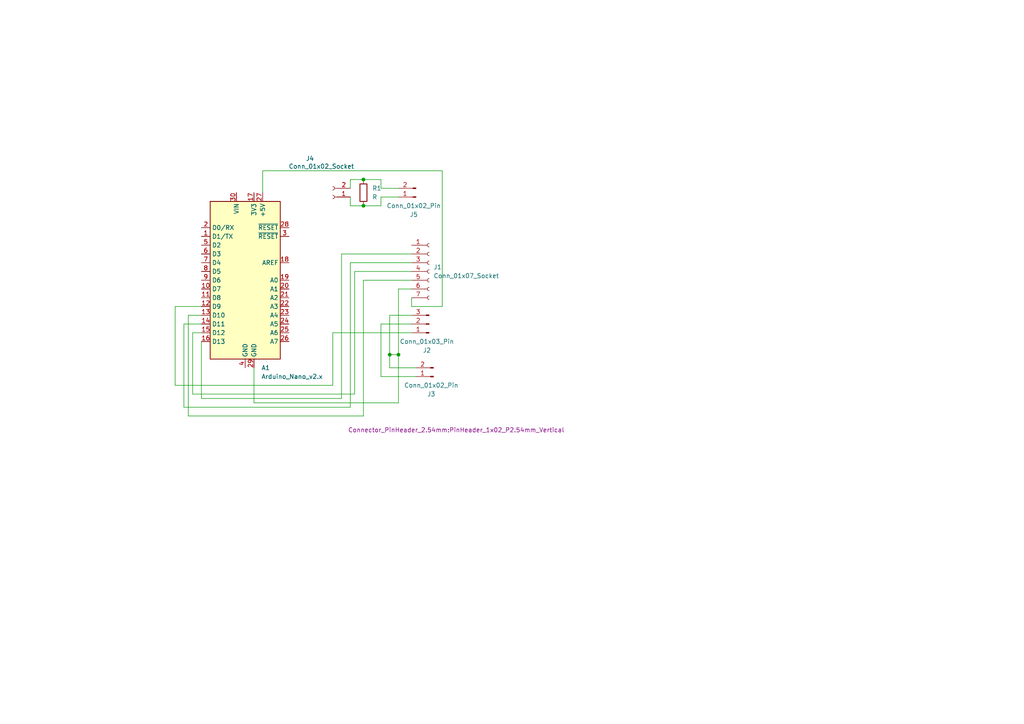
<source format=kicad_sch>
(kicad_sch (version 20250114) (generator "eeschema") (generator_version "9.0")
  (paper "A4")
  (lib_symbols
    (symbol "Connector:Conn_01x02_Pin" (pin_names (offset 1.016) (hide yes))
      (property "Reference" "J" (at 0 2.54 0))
      (property "Value" "Conn_01x02_Pin" (at 0 -5.08 0))
      (symbol "Conn_01x02_Pin_1_1"
        (rectangle (start 0.8636 0.127) (end 0 -0.127) (stroke (width 0.1524)) (fill (type outline)))
        (rectangle (start 0.8636 -2.413) (end 0 -2.667) (stroke (width 0.1524)) (fill (type outline)))
        (polyline (pts (xy 1.27 0) (xy 0.8636 0)) (stroke (width 0.1524)))
        (polyline (pts (xy 1.27 -2.54) (xy 0.8636 -2.54)) (stroke (width 0.1524)))
        (pin passive line (at 5.08 0 180) (length 3.81) (name "Pin_1") (number "1"))
        (pin passive line (at 5.08 -2.54 180) (length 3.81) (name "Pin_2") (number "2"))
      )
    )
    (symbol "Connector:Conn_01x02_Socket" (pin_names (offset 1.016) (hide yes))
      (property "Reference" "J" (at 0 2.54 0))
      (property "Value" "Conn_01x02_Socket" (at 0 -5.08 0))
      (symbol "Conn_01x02_Socket_1_1"
        (polyline (pts (xy -1.27 0) (xy -0.508 0)) (stroke (width 0.1524)))
        (polyline (pts (xy -1.27 -2.54) (xy -0.508 -2.54)) (stroke (width 0.1524)))
        (arc (start 0 -0.508) (mid -0.5058 0) (end 0 0.508) (stroke (width 0.1524)))
        (arc (start 0 -3.048) (mid -0.5058 -2.54) (end 0 -2.032) (stroke (width 0.1524)))
        (pin passive line (at -5.08 0 0) (length 3.81) (name "Pin_1") (number "1"))
        (pin passive line (at -5.08 -2.54 0) (length 3.81) (name "Pin_2") (number "2"))
      )
    )
    (symbol "Connector:Conn_01x03_Pin" (pin_names (offset 1.016) (hide yes))
      (property "Reference" "J" (at 0 5.08 0))
      (property "Value" "Conn_01x03_Pin" (at 0 -5.08 0))
      (symbol "Conn_01x03_Pin_1_1"
        (rectangle (start 0.8636 2.667) (end 0 2.413) (stroke (width 0.1524)) (fill (type outline)))
        (rectangle (start 0.8636 0.127) (end 0 -0.127) (stroke (width 0.1524)) (fill (type outline)))
        (rectangle (start 0.8636 -2.413) (end 0 -2.667) (stroke (width 0.1524)) (fill (type outline)))
        (polyline (pts (xy 1.27 2.54) (xy 0.8636 2.54)) (stroke (width 0.1524)))
        (polyline (pts (xy 1.27 0) (xy 0.8636 0)) (stroke (width 0.1524)))
        (polyline (pts (xy 1.27 -2.54) (xy 0.8636 -2.54)) (stroke (width 0.1524)))
        (pin passive line (at 5.08 2.54 180) (length 3.81) (name "Pin_1") (number "1"))
        (pin passive line (at 5.08 0 180) (length 3.81) (name "Pin_2") (number "2"))
        (pin passive line (at 5.08 -2.54 180) (length 3.81) (name "Pin_3") (number "3"))
      )
    )
    (symbol "Connector:Conn_01x07_Socket" (pin_names (offset 1.016) (hide yes))
      (property "Reference" "J" (at 0 10.16 0))
      (property "Value" "Conn_01x07_Socket" (at 0 -10.16 0))
      (symbol "Conn_01x07_Socket_1_1"
        (polyline (pts (xy -1.27 7.62) (xy -0.508 7.62)) (stroke (width 0.1524)))
        (polyline (pts (xy -1.27 5.08) (xy -0.508 5.08)) (stroke (width 0.1524)))
        (polyline (pts (xy -1.27 2.54) (xy -0.508 2.54)) (stroke (width 0.1524)))
        (polyline (pts (xy -1.27 0) (xy -0.508 0)) (stroke (width 0.1524)))
        (polyline (pts (xy -1.27 -2.54) (xy -0.508 -2.54)) (stroke (width 0.1524)))
        (polyline (pts (xy -1.27 -5.08) (xy -0.508 -5.08)) (stroke (width 0.1524)))
        (polyline (pts (xy -1.27 -7.62) (xy -0.508 -7.62)) (stroke (width 0.1524)))
        (arc (start 0 7.112) (mid -0.5058 7.62) (end 0 8.128) (stroke (width 0.1524)))
        (arc (start 0 4.572) (mid -0.5058 5.08) (end 0 5.588) (stroke (width 0.1524)))
        (arc (start 0 2.032) (mid -0.5058 2.54) (end 0 3.048) (stroke (width 0.1524)))
        (arc (start 0 -0.508) (mid -0.5058 0) (end 0 0.508) (stroke (width 0.1524)))
        (arc (start 0 -3.048) (mid -0.5058 -2.54) (end 0 -2.032) (stroke (width 0.1524)))
        (arc (start 0 -5.588) (mid -0.5058 -5.08) (end 0 -4.572) (stroke (width 0.1524)))
        (arc (start 0 -8.128) (mid -0.5058 -7.62) (end 0 -7.112) (stroke (width 0.1524)))
        (pin passive line (at -5.08 7.62 0) (length 3.81) (name "Pin_1") (number "1"))
        (pin passive line (at -5.08 5.08 0) (length 3.81) (name "Pin_2") (number "2"))
        (pin passive line (at -5.08 2.54 0) (length 3.81) (name "Pin_3") (number "3"))
        (pin passive line (at -5.08 0 0) (length 3.81) (name "Pin_4") (number "4"))
        (pin passive line (at -5.08 -2.54 0) (length 3.81) (name "Pin_5") (number "5"))
        (pin passive line (at -5.08 -5.08 0) (length 3.81) (name "Pin_6") (number "6"))
        (pin passive line (at -5.08 -7.62 0) (length 3.81) (name "Pin_7") (number "7"))
      )
    )
    (symbol "Device:R" (pin_numbers (hide yes)) (pin_names (offset 0))
      (property "Reference" "R" (at 2.032 0 90))
      (property "Value" "R" (at 0 0 90))
      (symbol "R_0_1"
        (rectangle (start -1.016 -2.54) (end 1.016 2.54) (stroke (width 0.254)))
      )
      (symbol "R_1_1"
        (pin passive line (at 0 3.81 270) (length 1.27) (name "~") (number "1"))
        (pin passive line (at 0 -3.81 90) (length 1.27) (name "~") (number "2"))
      )
    )
    (symbol "MCU_Module:Arduino_Nano_v2.x"
      (property "Reference" "A" (at -10.16 23.495 0))
      (property "Value" "Arduino_Nano_v2.x" (at 5.08 -24.13 0))
      (symbol "Arduino_Nano_v2.x_0_1"
        (rectangle (start -10.16 22.86) (end 10.16 -22.86) (stroke (width 0.254)) (fill (type background)))
      )
      (symbol "Arduino_Nano_v2.x_1_1"
        (pin bidirectional line (at -12.7 15.24 0) (length 2.54) (name "D0/RX") (number "2"))
        (pin bidirectional line (at -12.7 12.7 0) (length 2.54) (name "D1/TX") (number "1"))
        (pin bidirectional line (at -12.7 10.16 0) (length 2.54) (name "D2") (number "5"))
        (pin bidirectional line (at -12.7 7.62 0) (length 2.54) (name "D3") (number "6"))
        (pin bidirectional line (at -12.7 5.08 0) (length 2.54) (name "D4") (number "7"))
        (pin bidirectional line (at -12.7 2.54 0) (length 2.54) (name "D5") (number "8"))
        (pin bidirectional line (at -12.7 0 0) (length 2.54) (name "D6") (number "9"))
        (pin bidirectional line (at -12.7 -2.54 0) (length 2.54) (name "D7") (number "10"))
        (pin bidirectional line (at -12.7 -5.08 0) (length 2.54) (name "D8") (number "11"))
        (pin bidirectional line (at -12.7 -7.62 0) (length 2.54) (name "D9") (number "12"))
        (pin bidirectional line (at -12.7 -10.16 0) (length 2.54) (name "D10") (number "13"))
        (pin bidirectional line (at -12.7 -12.7 0) (length 2.54) (name "D11") (number "14"))
        (pin bidirectional line (at -12.7 -15.24 0) (length 2.54) (name "D12") (number "15"))
        (pin bidirectional line (at -12.7 -17.78 0) (length 2.54) (name "D13") (number "16"))
        (pin power_in line (at -2.54 25.4 270) (length 2.54) (name "VIN") (number "30"))
        (pin power_in line (at 0 -25.4 90) (length 2.54) (name "GND") (number "4"))
        (pin power_out line (at 2.54 25.4 270) (length 2.54) (name "3V3") (number "17"))
        (pin power_in line (at 2.54 -25.4 90) (length 2.54) (name "GND") (number "29"))
        (pin power_out line (at 5.08 25.4 270) (length 2.54) (name "+5V") (number "27"))
        (pin input line (at 12.7 15.24 180) (length 2.54) (name "~{RESET}") (number "28"))
        (pin input line (at 12.7 12.7 180) (length 2.54) (name "~{RESET}") (number "3"))
        (pin input line (at 12.7 5.08 180) (length 2.54) (name "AREF") (number "18"))
        (pin bidirectional line (at 12.7 0 180) (length 2.54) (name "A0") (number "19"))
        (pin bidirectional line (at 12.7 -2.54 180) (length 2.54) (name "A1") (number "20"))
        (pin bidirectional line (at 12.7 -5.08 180) (length 2.54) (name "A2") (number "21"))
        (pin bidirectional line (at 12.7 -7.62 180) (length 2.54) (name "A3") (number "22"))
        (pin bidirectional line (at 12.7 -10.16 180) (length 2.54) (name "A4") (number "23"))
        (pin bidirectional line (at 12.7 -12.7 180) (length 2.54) (name "A5") (number "24"))
        (pin bidirectional line (at 12.7 -15.24 180) (length 2.54) (name "A6") (number "25"))
        (pin bidirectional line (at 12.7 -17.78 180) (length 2.54) (name "A7") (number "26"))
      )
    )
  )
  (junction (at 113.03 102.87))
  (junction (at 105.41 59.69))
  (junction (at 105.41 52.07))
  (junction (at 115.57 102.87))
  (wire (pts (xy 110.49 57.15) (xy 110.49 59.69)))
  (wire (pts (xy 101.6 118.11) (xy 53.34 118.11)))
  (wire (pts (xy 128.27 49.53) (xy 76.2 49.53)))
  (wire (pts (xy 96.52 96.52) (xy 96.52 111.76)))
  (wire (pts (xy 53.34 118.11) (xy 53.34 93.98)))
  (wire (pts (xy 101.6 52.07) (xy 105.41 52.07)))
  (wire (pts (xy 101.6 54.61) (xy 101.6 52.07)))
  (wire (pts (xy 115.57 102.87) (xy 115.57 116.84)))
  (wire (pts (xy 54.61 91.44) (xy 54.61 120.65)))
  (wire (pts (xy 54.61 120.65) (xy 105.41 120.65)))
  (wire (pts (xy 101.6 57.15) (xy 101.6 59.69)))
  (wire (pts (xy 119.38 83.82) (xy 115.57 83.82)))
  (wire (pts (xy 113.03 106.68) (xy 120.65 106.68)))
  (wire (pts (xy 99.06 73.66) (xy 99.06 115.57)))
  (wire (pts (xy 58.42 115.57) (xy 58.42 99.06)))
  (wire (pts (xy 101.6 59.69) (xy 105.41 59.69)))
  (wire (pts (xy 110.49 109.22) (xy 120.65 109.22)))
  (wire (pts (xy 76.2 49.53) (xy 76.2 55.88)))
  (wire (pts (xy 50.8 88.9) (xy 58.42 88.9)))
  (wire (pts (xy 105.41 81.28) (xy 119.38 81.28)))
  (wire (pts (xy 115.57 57.15) (xy 110.49 57.15)))
  (wire (pts (xy 50.8 111.76) (xy 50.8 88.9)))
  (wire (pts (xy 58.42 91.44) (xy 54.61 91.44)))
  (wire (pts (xy 115.57 116.84) (xy 73.66 116.84)))
  (wire (pts (xy 110.49 93.98) (xy 110.49 109.22)))
  (wire (pts (xy 102.87 114.3) (xy 55.88 114.3)))
  (wire (pts (xy 105.41 120.65) (xy 105.41 81.28)))
  (wire (pts (xy 73.66 116.84) (xy 73.66 106.68)))
  (wire (pts (xy 113.03 102.87) (xy 115.57 102.87)))
  (wire (pts (xy 110.49 52.07) (xy 105.41 52.07)))
  (wire (pts (xy 119.38 88.9) (xy 128.27 88.9)))
  (wire (pts (xy 115.57 83.82) (xy 115.57 102.87)))
  (wire (pts (xy 119.38 86.36) (xy 119.38 88.9)))
  (wire (pts (xy 53.34 93.98) (xy 58.42 93.98)))
  (wire (pts (xy 119.38 93.98) (xy 110.49 93.98)))
  (wire (pts (xy 102.87 78.74) (xy 102.87 114.3)))
  (wire (pts (xy 119.38 91.44) (xy 113.03 91.44)))
  (wire (pts (xy 55.88 114.3) (xy 55.88 96.52)))
  (wire (pts (xy 119.38 76.2) (xy 101.6 76.2)))
  (wire (pts (xy 96.52 111.76) (xy 50.8 111.76)))
  (wire (pts (xy 110.49 59.69) (xy 105.41 59.69)))
  (wire (pts (xy 55.88 96.52) (xy 58.42 96.52)))
  (wire (pts (xy 110.49 54.61) (xy 110.49 52.07)))
  (wire (pts (xy 119.38 73.66) (xy 99.06 73.66)))
  (wire (pts (xy 128.27 88.9) (xy 128.27 49.53)))
  (wire (pts (xy 119.38 78.74) (xy 102.87 78.74)))
  (wire (pts (xy 119.38 96.52) (xy 96.52 96.52)))
  (wire (pts (xy 101.6 76.2) (xy 101.6 118.11)))
  (wire (pts (xy 99.06 115.57) (xy 58.42 115.57)))
  (wire (pts (xy 113.03 102.87) (xy 113.03 106.68)))
  (wire (pts (xy 113.03 91.44) (xy 113.03 102.87)))
  (wire (pts (xy 115.57 54.61) (xy 110.49 54.61)))
  (symbol (lib_id "Connector:Conn_01x02_Pin") (at 125.73 109.22 180) (unit 1)
    (property "Reference" "J3" (at 125.095 114.3 0))
    (property "Value" "Conn_01x02_Pin" (at 125.095 111.76 0))
    (property "Footprint" "Connector_PinHeader_2.54mm:PinHeader_1x02_P2.54mm_Vertical" (at 132.334 124.714 0))
    (property "Description" "Generic connector, single row, 01x02, script generated" (effects (hide yes)))
  )
  (symbol (lib_id "MCU_Module:Arduino_Nano_v2.x") (at 71.12 81.28 0) (unit 1)
    (property "Reference" "A1" (at 75.8033 106.68 0) (effects (justify left)))
    (property "Value" "Arduino_Nano_v2.x" (at 75.8033 109.22 0) (effects (justify left)))
    (property "Footprint" "Module:Arduino_Nano" (effects (hide yes)))
    (property "Datasheet" "https://www.arduino.cc/en/uploads/Main/ArduinoNanoManual23.pdf" (effects (hide yes)))
    (property "Description" "Arduino Nano v2.x" (effects (hide yes)))
  )
  (symbol (lib_id "Connector:Conn_01x03_Pin") (at 124.46 93.98 180) (unit 1)
    (property "Reference" "J2" (at 123.825 101.6 0))
    (property "Value" "Conn_01x03_Pin" (at 123.825 99.06 0))
    (property "Footprint" "Connector:FanPinHeader_1x03_P2.54mm_Vertical" (effects (hide yes)))
    (property "Description" "Generic connector, single row, 01x03, script generated" (effects (hide yes)))
  )
  (symbol (lib_id "Connector:Conn_01x07_Socket") (at 124.46 78.74 0) (unit 1)
    (property "Reference" "J1" (at 125.73 77.4699 0) (effects (justify left)))
    (property "Value" "Conn_01x07_Socket" (at 125.73 80.0099 0) (effects (justify left)))
    (property "Footprint" "Connector_PinSocket_2.54mm:PinSocket_1x07_P2.54mm_Vertical" (effects (hide yes)))
    (property "Description" "Generic connector, single row, 01x07, script generated" (effects (hide yes)))
  )
  (symbol (lib_id "Device:R") (at 105.41 55.88 0) (unit 1)
    (property "Reference" "R1" (at 107.95 54.6099 0) (effects (justify left)))
    (property "Value" "R" (at 107.95 57.1499 0) (effects (justify left)))
    (property "Footprint" "Resistor_THT:R_Axial_DIN0204_L3.6mm_D1.6mm_P5.08mm_Horizontal" (effects (hide yes)))
    (property "Description" "Resistor" (effects (hide yes)))
  )
  (symbol (lib_id "Connector:Conn_01x02_Socket") (at 96.52 57.15 180) (unit 1)
    (property "Reference" "J4" (at 89.916 45.974 0))
    (property "Value" "Conn_01x02_Socket" (at 93.218 48.26 0))
    (property "Footprint" "Connector_PinSocket_2.54mm:PinSocket_1x02_P2.54mm_Vertical" (effects (hide yes)))
    (property "Description" "Generic connector, single row, 01x02, script generated" (effects (hide yes)))
  )
  (symbol (lib_id "Connector:Conn_01x02_Pin") (at 120.65 57.15 180) (unit 1)
    (property "Reference" "J5" (at 120.015 62.23 0))
    (property "Value" "Conn_01x02_Pin" (at 120.015 59.69 0))
    (property "Footprint" "Connector_PinHeader_2.54mm:PinHeader_1x02_P2.54mm_Vertical" (effects (hide yes)))
    (property "Description" "Generic connector, single row, 01x02, script generated" (effects (hide yes)))
  )
)
</source>
